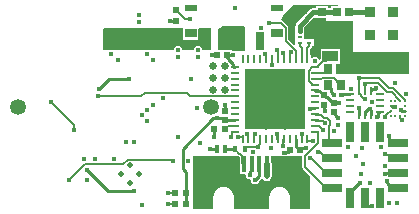
<source format=gtl>
G04*
G04 #@! TF.GenerationSoftware,Altium Limited,Altium Designer,23.6.0 (18)*
G04*
G04 Layer_Physical_Order=1*
G04 Layer_Color=255*
%FSLAX44Y44*%
%MOMM*%
G71*
G04*
G04 #@! TF.SameCoordinates,CC53E28F-54C9-42A3-9587-E9B5384F7771*
G04*
G04*
G04 #@! TF.FilePolarity,Positive*
G04*
G01*
G75*
%ADD11C,0.1500*%
%ADD12C,0.2540*%
%ADD19R,0.7000X1.5000*%
%ADD20R,1.0000X0.8000*%
%ADD21R,1.0000X0.6000*%
%ADD22R,1.3500X0.9500*%
%ADD23R,0.5200X0.5200*%
%ADD24R,0.5200X0.5200*%
%ADD25R,0.4500X0.7200*%
%ADD26R,0.4500X0.5500*%
%ADD27R,0.4000X1.3500*%
%ADD28R,1.2000X1.9000*%
%ADD29R,1.6000X1.9000*%
%ADD30R,2.1000X2.0000*%
%ADD31C,0.2200*%
G04:AMPARAMS|DCode=32|XSize=0.24mm|YSize=0.6mm|CornerRadius=0.0504mm|HoleSize=0mm|Usage=FLASHONLY|Rotation=0.000|XOffset=0mm|YOffset=0mm|HoleType=Round|Shape=RoundedRectangle|*
%AMROUNDEDRECTD32*
21,1,0.2400,0.4992,0,0,0.0*
21,1,0.1392,0.6000,0,0,0.0*
1,1,0.1008,0.0696,-0.2496*
1,1,0.1008,-0.0696,-0.2496*
1,1,0.1008,-0.0696,0.2496*
1,1,0.1008,0.0696,0.2496*
%
%ADD32ROUNDEDRECTD32*%
%ADD33R,0.4500X0.2500*%
G04:AMPARAMS|DCode=34|XSize=0.24mm|YSize=0.6mm|CornerRadius=0.0504mm|HoleSize=0mm|Usage=FLASHONLY|Rotation=270.000|XOffset=0mm|YOffset=0mm|HoleType=Round|Shape=RoundedRectangle|*
%AMROUNDEDRECTD34*
21,1,0.2400,0.4992,0,0,270.0*
21,1,0.1392,0.6000,0,0,270.0*
1,1,0.1008,-0.2496,-0.0696*
1,1,0.1008,-0.2496,0.0696*
1,1,0.1008,0.2496,0.0696*
1,1,0.1008,0.2496,-0.0696*
%
%ADD34ROUNDEDRECTD34*%
%ADD35R,0.8700X0.8700*%
%ADD36R,0.5000X0.6000*%
%ADD37R,0.7300X0.7400*%
%ADD38R,0.7500X0.8500*%
%ADD39R,0.7200X0.7200*%
%ADD40R,0.6750X0.2500*%
%ADD41R,0.2500X0.6750*%
%ADD42R,1.8000X0.6800*%
%ADD43R,0.6800X1.8000*%
%ADD44R,0.6200X0.6200*%
%ADD45R,0.6000X0.5000*%
G04:AMPARAMS|DCode=46|XSize=5.15mm|YSize=5.15mm|CornerRadius=0.0515mm|HoleSize=0mm|Usage=FLASHONLY|Rotation=270.000|XOffset=0mm|YOffset=0mm|HoleType=Round|Shape=RoundedRectangle|*
%AMROUNDEDRECTD46*
21,1,5.1500,5.0470,0,0,270.0*
21,1,5.0470,5.1500,0,0,270.0*
1,1,0.1030,-2.5235,-2.5235*
1,1,0.1030,-2.5235,2.5235*
1,1,0.1030,2.5235,2.5235*
1,1,0.1030,2.5235,-2.5235*
%
%ADD46ROUNDEDRECTD46*%
%ADD48C,1.3500*%
%ADD49C,0.6500*%
%ADD50C,0.2809*%
%ADD51C,0.5000*%
%ADD52C,0.3989*%
%ADD53C,0.4000*%
%ADD54C,0.5000*%
G36*
X381691Y276370D02*
X380921Y275100D01*
X375200D01*
Y273463D01*
X372887D01*
Y275000D01*
X362687D01*
Y273532D01*
X360480D01*
X360332Y273471D01*
X360174Y273502D01*
X359396Y273347D01*
X359247Y273248D01*
X359117Y273222D01*
X359006Y273148D01*
X358830Y273113D01*
X358171Y272672D01*
X358081Y272539D01*
X357933Y272477D01*
X346410Y260955D01*
X346349Y260806D01*
X346215Y260717D01*
X345774Y260057D01*
X345739Y259881D01*
X345666Y259771D01*
X345640Y259641D01*
X345540Y259492D01*
X345385Y258714D01*
X345417Y258556D01*
X345355Y258407D01*
Y257187D01*
X345195D01*
Y255852D01*
X345126Y255686D01*
Y253186D01*
X345195Y253021D01*
Y245852D01*
X345126Y245686D01*
Y243186D01*
X345028Y242955D01*
X343925Y242518D01*
X339457Y246986D01*
Y257017D01*
X339282Y257895D01*
X338785Y258639D01*
X334802Y262622D01*
X334058Y263119D01*
X333489Y264527D01*
X333607Y264766D01*
X333916Y265677D01*
X333916Y265677D01*
X333916Y265678D01*
X334440Y266462D01*
X334450Y266477D01*
X334875Y267339D01*
X334876Y267339D01*
X335100Y267676D01*
X335316Y267999D01*
X335316Y267999D01*
X335316Y267999D01*
X335951Y268722D01*
X336068Y268898D01*
X336100D01*
Y268946D01*
X336485Y269522D01*
X336848Y269841D01*
X337142Y270223D01*
X343350Y276432D01*
X381659Y276432D01*
X381691Y276370D01*
D02*
G37*
G36*
X250100Y256941D02*
Y246898D01*
X263100D01*
Y256030D01*
X263998Y256928D01*
X274100Y256919D01*
Y238400D01*
X266304D01*
X266060Y239627D01*
X265286Y240785D01*
X264128Y241558D01*
X262763Y241830D01*
X261397Y241558D01*
X260240Y240785D01*
X259466Y239627D01*
X259222Y238400D01*
X249323Y238400D01*
X249079Y239627D01*
X248305Y240785D01*
X247148Y241558D01*
X245782Y241830D01*
X244416Y241558D01*
X243259Y240785D01*
X242485Y239627D01*
X242241Y238400D01*
X182700Y238400D01*
Y256104D01*
X183598Y257001D01*
X250100Y256941D01*
D02*
G37*
G36*
X302250Y257495D02*
X302250Y237250D01*
X292645D01*
X292300Y237319D01*
X291150Y237850D01*
Y237850D01*
X279962D01*
X279962Y256078D01*
X280058Y256091D01*
X281882Y256847D01*
X283449Y258049D01*
X283987Y258750D01*
X301000Y258750D01*
X302250Y257495D01*
D02*
G37*
G36*
X362687Y264800D02*
X371387D01*
Y262500D01*
X394250D01*
X394250Y236250D01*
X441432D01*
Y217500D01*
X399345Y217500D01*
X399000Y217569D01*
X398655Y217500D01*
X379750D01*
Y226500D01*
X383250D01*
Y239000D01*
X366750D01*
Y230681D01*
X366277Y230164D01*
X365552Y229797D01*
X365019Y230037D01*
X364346Y231045D01*
X363188Y231819D01*
X361822Y232091D01*
X360457Y231819D01*
X359554Y231216D01*
X358644Y231519D01*
X358284Y231778D01*
Y232818D01*
X358128Y233600D01*
X357839Y234034D01*
Y238548D01*
X358767Y239476D01*
X358767Y239476D01*
X359264Y240220D01*
X359439Y241098D01*
X360457Y241686D01*
X360895D01*
Y247187D01*
X353395D01*
X352800Y248210D01*
Y257155D01*
X360695Y265050D01*
X362687D01*
Y264800D01*
D02*
G37*
G36*
X351234Y138922D02*
X351409Y138044D01*
X351906Y137300D01*
X357750Y131456D01*
Y103568D01*
X340430D01*
X340430Y114000D01*
X340396Y114174D01*
X340413Y114350D01*
X340317Y115325D01*
X340165Y115827D01*
X340063Y116341D01*
X339316Y118143D01*
X338543Y119301D01*
X337163Y120681D01*
X336005Y121454D01*
X334203Y122201D01*
X333689Y122303D01*
X333187Y122455D01*
X332212Y122551D01*
X331862Y122517D01*
X331512Y122551D01*
X330537Y122455D01*
X330035Y122303D01*
X329521Y122201D01*
X327719Y121454D01*
X326561Y120681D01*
X325181Y119301D01*
X324408Y118143D01*
X323661Y116341D01*
X323559Y115827D01*
X323407Y115325D01*
X323311Y114350D01*
X323328Y114174D01*
X323293Y114000D01*
Y103568D01*
X293030D01*
Y114000D01*
X292996Y114174D01*
X293013Y114350D01*
X292917Y115325D01*
X292765Y115827D01*
X292663Y116341D01*
X291916Y118143D01*
X291143Y119301D01*
X289763Y120681D01*
X288605Y121454D01*
X286803Y122201D01*
X286289Y122303D01*
X285787Y122455D01*
X284812Y122551D01*
X284462Y122517D01*
X284112Y122551D01*
X283137Y122455D01*
X282635Y122303D01*
X282121Y122201D01*
X280319Y121454D01*
X279161Y120681D01*
X277781Y119301D01*
X277008Y118143D01*
X276261Y116341D01*
X276159Y115827D01*
X276007Y115325D01*
X275911Y114350D01*
X275928Y114174D01*
X275893Y114000D01*
Y103568D01*
X259000D01*
Y148250D01*
X266500D01*
X296776Y148250D01*
X297024Y148201D01*
X298118Y147107D01*
Y142625D01*
X298162Y142404D01*
Y133125D01*
X302572D01*
X303331Y132200D01*
X303603Y130834D01*
X304377Y129677D01*
X305534Y128903D01*
X306900Y128631D01*
X307574Y127957D01*
X307846Y126592D01*
X308619Y125434D01*
X309777Y124660D01*
X311143Y124389D01*
X312508Y124660D01*
X313666Y125434D01*
X314440Y126592D01*
X314637Y127586D01*
X316161Y129109D01*
X316193Y129157D01*
X316415Y129216D01*
X317662Y129071D01*
X318278Y128148D01*
X319601Y127264D01*
X321162Y126954D01*
X322723Y127264D01*
X324046Y128148D01*
X324930Y129471D01*
X325240Y131032D01*
Y141307D01*
X324930Y142868D01*
X324662Y143269D01*
Y148250D01*
X351234Y148250D01*
Y138922D01*
D02*
G37*
D11*
X178255Y198731D02*
X214873D01*
X325516Y225572D02*
X325530Y225587D01*
Y230308D01*
X325545Y230322D01*
X335179Y235283D02*
X335362Y235100D01*
X337163Y246036D02*
X345545Y237654D01*
X337163Y246036D02*
Y257017D01*
X340862Y235692D02*
X341179Y236009D01*
X350545Y230322D02*
Y239500D01*
X357545Y188176D02*
X357867Y188499D01*
X361722D01*
X362045Y188822D01*
X300412Y142625D02*
X301662Y141375D01*
X298094Y150375D02*
X300412Y148057D01*
Y142625D02*
Y148057D01*
X297625Y150375D02*
X298094D01*
X294000Y154000D02*
X297625Y150375D01*
X294000Y154000D02*
Y154500D01*
X304500Y156350D02*
X313260D01*
X303000Y154850D02*
X304500Y156350D01*
X303000Y154500D02*
Y154850D01*
X293672Y173450D02*
X294044Y173822D01*
X285500Y171100D02*
X287850Y173450D01*
X293672D01*
X256103Y199000D02*
X293867D01*
X296690Y164040D02*
X300095D01*
X296680D02*
X296690D01*
X313260Y156350D02*
Y157027D01*
X304561Y166393D02*
Y167070D01*
X353528Y148760D02*
X358968Y154200D01*
X353528Y138922D02*
Y148760D01*
X357778Y147000D02*
X358150D01*
X364699Y152100D02*
X365178Y151621D01*
X329564Y166395D02*
Y167072D01*
X345545Y230322D02*
Y237654D01*
X329399Y237323D02*
Y237999D01*
X399000Y203625D02*
Y214000D01*
Y201500D02*
Y203625D01*
X241024Y144300D02*
X241700D01*
X240040Y145283D02*
X241024Y144300D01*
X203532Y145283D02*
X240040D01*
X217652Y201510D02*
X253594D01*
X372306Y180900D02*
X374931Y178274D01*
X369188Y180900D02*
X372306D01*
X366716Y183372D02*
X369188Y180900D01*
X362495Y183372D02*
X366716D01*
X374931Y174754D02*
Y178274D01*
X370005Y176514D02*
X370681D01*
X399000Y214000D02*
X415675D01*
X403514Y196304D02*
X404180D01*
X415432Y210000D02*
X422932Y202500D01*
X424175Y205500D02*
X427980D01*
X415675Y214000D02*
X424175Y205500D01*
X426738Y202500D02*
X433350Y195888D01*
X422932Y202500D02*
X426738D01*
X427980Y205500D02*
X437866Y195614D01*
X373849Y173671D02*
X374931Y174754D01*
X368619Y177900D02*
X370005Y176514D01*
X362967Y177900D02*
X368619D01*
X355994Y161400D02*
X360470D01*
X359280Y154200D02*
X364720Y159640D01*
X358968Y154200D02*
X359280D01*
X365178Y151621D02*
X366229D01*
X363845Y168822D02*
X364720Y167947D01*
Y159640D02*
Y167947D01*
X373849Y161551D02*
Y173671D01*
X368265Y170509D02*
X368550D01*
X373849Y161551D02*
X376500Y158900D01*
X421100Y149700D02*
X421200Y149600D01*
X429850D01*
X432500Y146950D01*
X362045Y178822D02*
X362967Y177900D01*
X362045Y183822D02*
X362495Y183372D01*
X365402Y173372D02*
X368265Y170509D01*
X362495Y173372D02*
X365402D01*
X334894Y157059D02*
X335189Y157354D01*
X291795Y168372D02*
X292245Y168822D01*
X291795Y165821D02*
Y168372D01*
X292245Y168822D02*
X294044D01*
X253594Y201510D02*
X256103Y199000D01*
X293867D02*
X294044Y198822D01*
X214873Y198731D02*
X217652Y201510D01*
X304561Y166393D02*
X305095Y165859D01*
Y162772D02*
Y165859D01*
Y162772D02*
X305545Y162322D01*
X310615Y167070D02*
X310645Y167040D01*
X300545Y162322D02*
Y163590D01*
X300095Y164040D02*
X300545Y163590D01*
X371650Y146200D02*
X376500D01*
X333180Y261000D02*
X337163Y257017D01*
X335362Y230505D02*
Y235100D01*
Y230505D02*
X335545Y230322D01*
X340862Y230639D02*
Y235692D01*
X340545Y230322D02*
X340862Y230639D01*
X329399Y237323D02*
X330545Y236178D01*
Y230322D02*
Y236178D01*
X319868Y234898D02*
X320206Y234560D01*
Y230660D02*
Y234560D01*
Y230660D02*
X320545Y230322D01*
X366229Y151621D02*
X371650Y146200D01*
X353528Y138922D02*
X371650Y120800D01*
X355545Y161850D02*
Y162322D01*
Y161850D02*
X355994Y161400D01*
X362045Y168822D02*
X363845D01*
X371650Y133500D02*
X376500D01*
X371650Y120800D02*
X376500D01*
X421978Y183216D02*
X424612Y185850D01*
X421500Y181250D02*
X421978Y181728D01*
Y183216D01*
X425811Y186500D02*
X426000D01*
X424612Y185850D02*
X425160D01*
X425811Y186500D01*
X329564Y166395D02*
X330095Y165865D01*
Y162772D02*
Y165865D01*
Y162772D02*
X330545Y162322D01*
X362045Y173822D02*
X362495Y173372D01*
X400500Y199318D02*
X403514Y196304D01*
X400500Y199318D02*
Y200000D01*
X399000Y201500D02*
X400500Y200000D01*
X434134Y180583D02*
X435220Y179496D01*
Y178820D02*
Y179496D01*
X434000Y182500D02*
X434134Y182366D01*
Y180583D02*
Y182366D01*
X358150Y147000D02*
X371650Y133500D01*
X377682Y214750D02*
X380500Y211932D01*
Y211250D02*
X383500Y208250D01*
X380500Y211250D02*
Y211932D01*
X368318Y214750D02*
X377682D01*
X367390Y213822D02*
X368318Y214750D01*
X362045Y213822D02*
X367390D01*
X370072Y218822D02*
X373000Y221750D01*
X362045Y218822D02*
X370072D01*
X335189Y157354D02*
Y161967D01*
X335545Y162322D01*
X350545D02*
Y167070D01*
X315095Y158861D02*
Y161872D01*
X315545Y162322D01*
X313260Y157027D02*
X315095Y158861D01*
X310645Y162422D02*
Y167040D01*
X310545Y162322D02*
X310645Y162422D01*
X323250Y261000D02*
X333180D01*
X371000Y228750D02*
X375000Y232750D01*
X362045Y223822D02*
X363845D01*
X368772Y228750D02*
X371000D01*
X363845Y223822D02*
X368772Y228750D01*
X361595Y223372D02*
X362045Y223822D01*
X356795Y211985D02*
Y220659D01*
Y211985D02*
X358408Y210372D01*
X358695D02*
X360245Y208822D01*
X356795Y220659D02*
X359508Y223372D01*
X361595D01*
X358408Y210372D02*
X358695D01*
X360245Y208822D02*
X362045D01*
X404000Y203625D02*
Y209639D01*
X404361Y210000D01*
X437866Y194634D02*
Y195614D01*
Y194634D02*
X438000Y194500D01*
X404361Y210000D02*
X415432D01*
X433350Y195340D02*
Y195888D01*
Y195340D02*
X434000Y194690D01*
Y194500D02*
Y194690D01*
X157680Y170260D02*
Y174560D01*
X138530Y193710D02*
X157680Y174560D01*
X199499Y141250D02*
X203532Y145283D01*
X153645Y128100D02*
X166796Y141250D01*
X349000Y241100D02*
X350545Y239500D01*
X349000Y241100D02*
Y244381D01*
X348945Y244436D02*
X349000Y244381D01*
X357145Y241098D02*
Y244436D01*
X355545Y239498D02*
X357145Y241098D01*
X355545Y230322D02*
Y239498D01*
X244500Y272000D02*
X251750Y264750D01*
X256250D01*
X166796Y141250D02*
X199499D01*
X237500Y108000D02*
X243500D01*
X237500Y116750D02*
X243500D01*
D12*
X252500Y108000D02*
Y134547D01*
X275803Y180521D02*
X279574D01*
X279943Y180152D01*
X283970D01*
X285300Y178822D01*
X415019Y181429D02*
Y185980D01*
X414740Y181150D02*
X415019Y181429D01*
X415039Y186000D02*
X416625D01*
X415019Y185980D02*
X415039Y186000D01*
X179340Y204940D02*
X187650Y213250D01*
X422500Y127006D02*
X422779Y126727D01*
X369250Y199850D02*
X370580Y198520D01*
X369250Y199850D02*
Y199950D01*
X398821Y125221D02*
X400001D01*
X391800Y118200D02*
X398821Y125221D01*
X391800Y112600D02*
Y118200D01*
X400001Y125221D02*
X400280Y125500D01*
X238851Y263006D02*
X238853Y263005D01*
X243745D01*
X288293Y230520D02*
X292411Y226402D01*
Y223892D02*
Y226402D01*
Y223892D02*
X292481Y223822D01*
X294044D01*
X285600Y154500D02*
X294000D01*
X273200Y154300D02*
X278600D01*
X278800Y154500D01*
X249813Y154531D02*
X275803Y180521D01*
X276600Y164040D02*
Y171000D01*
X276500Y171100D02*
X276600Y171000D01*
X285300Y178822D02*
X294044D01*
X249813Y137234D02*
Y154531D01*
X285300Y186822D02*
Y191500D01*
X408200Y187955D02*
X408980Y187175D01*
X407921Y188071D02*
X408200Y188350D01*
X406610Y188071D02*
X407921D01*
X404000Y185460D02*
X406610Y188071D01*
X408200Y187955D02*
Y188350D01*
X408980Y183395D02*
Y187175D01*
Y183395D02*
X409000Y183375D01*
X404000D02*
Y185460D01*
X381300Y180500D02*
Y180648D01*
X379230Y182718D02*
X381300Y180648D01*
X379230Y182718D02*
Y184170D01*
X377900Y185500D02*
X379230Y184170D01*
X287050Y233750D02*
X292300D01*
X249813Y137234D02*
X252500Y134547D01*
X288280Y230520D02*
X288293D01*
X287050Y231750D02*
X288280Y230520D01*
X287050Y231750D02*
Y233750D01*
X335840Y150890D02*
X336235D01*
X337435Y152090D01*
X339446D01*
X340776Y153420D01*
X346146Y156050D02*
X348776Y153420D01*
X369921Y186979D02*
X370200Y186700D01*
X377900Y193500D02*
X382500D01*
X378000Y200000D02*
Y200395D01*
X427650Y120800D02*
X432500D01*
X384250Y200000D02*
X384645D01*
X385625Y200980D01*
X391355D01*
X398750Y189250D02*
X398980Y189020D01*
X353704Y155440D02*
X354099D01*
X375480Y202915D02*
Y205770D01*
Y202915D02*
X378000Y200395D01*
X421200Y133500D02*
X421479Y133779D01*
X406630Y105779D02*
X410220D01*
X404500Y107909D02*
Y112600D01*
Y107909D02*
X406630Y105779D01*
X424600Y165500D02*
X424770Y165330D01*
Y161780D02*
Y165330D01*
X426900Y159650D02*
X432500D01*
X424770Y161780D02*
X426900Y159650D01*
X369921Y186979D02*
Y191279D01*
X369350Y191850D02*
X369921Y191279D01*
X346146Y156050D02*
Y157167D01*
X353014Y154750D02*
X353704Y155440D01*
X350106Y154750D02*
X353014D01*
X348776Y153420D02*
X350106Y154750D01*
X345545Y162322D02*
X345615Y162252D01*
Y157699D02*
Y162252D01*
Y157699D02*
X346146Y157167D01*
X370580Y198520D02*
X371797D01*
X428991Y190169D02*
X429270Y189890D01*
X434690Y187130D02*
X434969Y186851D01*
X436176D02*
X436527Y186500D01*
X434969Y186851D02*
X436176D01*
X436527Y186500D02*
X438000D01*
X427804Y190169D02*
X428991D01*
X427473Y190500D02*
X427804Y190169D01*
X426000Y190500D02*
X427473D01*
X421479Y133779D02*
X432029D01*
X432500Y134250D01*
X186310Y118690D02*
X208748D01*
X375487Y194830D02*
X376570D01*
X377900Y193500D01*
X371797Y198520D02*
X375487Y194830D01*
X412971Y205471D02*
X413250Y205750D01*
X409020Y205471D02*
X412971D01*
X243745Y263005D02*
X243750Y263000D01*
X362115Y203752D02*
X365448D01*
X187650Y213250D02*
X204750D01*
X422779Y125670D02*
Y126727D01*
X168450Y136550D02*
X186310Y118690D01*
X391355Y200980D02*
X391375Y201000D01*
X274400Y233750D02*
X279050D01*
X398980Y183395D02*
Y189020D01*
Y183395D02*
X399000Y183375D01*
X409000Y205451D02*
X409020Y205471D01*
X409000Y203625D02*
Y205451D01*
X373000Y208250D02*
X375480Y205770D01*
X365448Y203752D02*
X369250Y199950D01*
X362045Y203822D02*
X362115Y203752D01*
X422779Y125670D02*
X427650Y120800D01*
D19*
X315600Y245898D02*
D03*
X285600D02*
D03*
X270600D02*
D03*
D20*
X256600Y252398D02*
D03*
X329600D02*
D03*
D21*
X256600Y273398D02*
D03*
X329600D02*
D03*
D22*
X375000Y248750D02*
D03*
Y232750D02*
D03*
D23*
X369350Y191850D02*
D03*
Y199850D02*
D03*
X377900Y185500D02*
D03*
Y193500D02*
D03*
X285300Y186822D02*
D03*
Y178822D02*
D03*
D24*
X340776Y153420D02*
D03*
X348776D02*
D03*
X279050Y233750D02*
D03*
X287050D02*
D03*
D25*
X278800Y154500D02*
D03*
X285600D02*
D03*
D26*
X294000D02*
D03*
X303000D02*
D03*
D27*
X308162Y141375D02*
D03*
X314662D02*
D03*
X295162D02*
D03*
X301662D02*
D03*
X321162D02*
D03*
D28*
X299662Y114625D02*
D03*
X316662D02*
D03*
D29*
X267162D02*
D03*
X349162D02*
D03*
D30*
X277162Y138125D02*
D03*
X339162D02*
D03*
D31*
X426000Y194500D02*
D03*
X430000D02*
D03*
X434000D02*
D03*
X438000D02*
D03*
X426000Y190500D02*
D03*
X438000D02*
D03*
X426000Y186500D02*
D03*
X438000D02*
D03*
X426000Y182500D02*
D03*
X430000D02*
D03*
X434000D02*
D03*
X438000D02*
D03*
D32*
X350545Y230322D02*
D03*
X355545Y162322D02*
D03*
X350545D02*
D03*
X345545D02*
D03*
X340545D02*
D03*
X335545D02*
D03*
X330545D02*
D03*
X325545D02*
D03*
X320545D02*
D03*
X315545D02*
D03*
X310545D02*
D03*
X305545D02*
D03*
X300545D02*
D03*
Y230322D02*
D03*
X305545D02*
D03*
X310545D02*
D03*
X315545D02*
D03*
X320545D02*
D03*
X325545D02*
D03*
X330545D02*
D03*
X335545D02*
D03*
X340545D02*
D03*
X345545D02*
D03*
X355545D02*
D03*
D33*
X357145Y244436D02*
D03*
Y249436D02*
D03*
Y254436D02*
D03*
X348945Y244436D02*
D03*
Y249436D02*
D03*
Y254436D02*
D03*
D34*
X362045Y223822D02*
D03*
Y218822D02*
D03*
Y213822D02*
D03*
Y208822D02*
D03*
Y203822D02*
D03*
Y198822D02*
D03*
Y193822D02*
D03*
Y188822D02*
D03*
Y183822D02*
D03*
Y178822D02*
D03*
Y173822D02*
D03*
Y168822D02*
D03*
X294044D02*
D03*
Y173822D02*
D03*
Y178822D02*
D03*
Y183822D02*
D03*
Y188822D02*
D03*
Y193822D02*
D03*
Y198822D02*
D03*
Y203822D02*
D03*
Y208822D02*
D03*
Y213822D02*
D03*
Y218822D02*
D03*
Y223822D02*
D03*
D35*
X408850Y269900D02*
D03*
X408596Y250600D02*
D03*
X428150D02*
D03*
Y269900D02*
D03*
D36*
X243500Y108000D02*
D03*
X252500D02*
D03*
X243500Y116750D02*
D03*
X252500D02*
D03*
D37*
X390650Y269900D02*
D03*
X380350D02*
D03*
D38*
X383500Y208250D02*
D03*
X373000D02*
D03*
Y221750D02*
D03*
X383500D02*
D03*
D39*
X367787Y269900D02*
D03*
Y259900D02*
D03*
D40*
X391375Y201000D02*
D03*
Y196000D02*
D03*
Y191000D02*
D03*
Y186000D02*
D03*
X416625D02*
D03*
Y191000D02*
D03*
Y196000D02*
D03*
Y201000D02*
D03*
D41*
X399000Y183375D02*
D03*
X404000D02*
D03*
X409000D02*
D03*
Y203625D02*
D03*
X404000D02*
D03*
X399000D02*
D03*
D42*
X376500Y159650D02*
D03*
Y146950D02*
D03*
Y134250D02*
D03*
Y121550D02*
D03*
X432500D02*
D03*
Y134250D02*
D03*
Y146950D02*
D03*
Y159650D02*
D03*
D43*
X391800Y112600D02*
D03*
X404500D02*
D03*
X417200D02*
D03*
Y168600D02*
D03*
X404500D02*
D03*
X391800D02*
D03*
D44*
X285500Y171100D02*
D03*
X276500D02*
D03*
D45*
X244000Y263000D02*
D03*
Y272000D02*
D03*
D46*
X328045Y196322D02*
D03*
D48*
X110400Y190000D02*
D03*
X273600D02*
D03*
D49*
X275800Y204500D02*
D03*
Y224500D02*
D03*
Y214500D02*
D03*
X285800D02*
D03*
Y224500D02*
D03*
Y204500D02*
D03*
D50*
X308162Y136625D02*
Y141375D01*
X307128Y135591D02*
X308162Y136625D01*
X306900Y132200D02*
X307128Y132428D01*
Y135591D01*
X314067Y140779D02*
X314662Y141375D01*
X314067Y131203D02*
Y140779D01*
X311143Y128280D02*
X314067Y131203D01*
X311143Y127957D02*
Y128280D01*
D51*
X321162Y131032D02*
Y141307D01*
D52*
X390650Y269900D02*
X408850D01*
X367757Y269930D02*
X367787Y269900D01*
X380350D01*
X360480Y269930D02*
X367757D01*
X348957Y258407D02*
X360480Y269930D01*
X348957Y254450D02*
Y258407D01*
X348945Y254436D02*
X348957Y254450D01*
D53*
X399999Y230000D02*
D03*
X307499Y115000D02*
D03*
X427499Y225000D02*
D03*
X387499Y235000D02*
D03*
X437499Y225000D02*
D03*
X387499Y245000D02*
D03*
X382499Y255000D02*
D03*
X265000Y140000D02*
D03*
X389999Y260000D02*
D03*
X372499Y255000D02*
D03*
X392499Y225000D02*
D03*
X399999Y220000D02*
D03*
X407499Y225000D02*
D03*
X417499D02*
D03*
X338461Y267209D02*
D03*
X353130Y270503D02*
D03*
X348506Y265879D02*
D03*
X344071Y261071D02*
D03*
X343126Y254600D02*
D03*
X358966Y260493D02*
D03*
X324850Y155336D02*
D03*
X306900Y132200D02*
D03*
X311143Y127957D02*
D03*
X179340Y204940D02*
D03*
X335179Y235283D02*
D03*
X341179Y236009D02*
D03*
X278900Y180800D02*
D03*
X276600Y164040D02*
D03*
X273200Y154300D02*
D03*
X264499Y159100D02*
D03*
X285300Y191500D02*
D03*
X262763Y232011D02*
D03*
X288200Y124254D02*
D03*
X254583Y144382D02*
D03*
X321162Y131032D02*
D03*
X291800Y141300D02*
D03*
X327400Y145500D02*
D03*
X313260Y156350D02*
D03*
X296690Y164040D02*
D03*
X290690D02*
D03*
X304561Y167070D02*
D03*
X309410Y151690D02*
D03*
X357778Y147000D02*
D03*
X364699Y152100D02*
D03*
X310745Y167070D02*
D03*
X329564Y167072D02*
D03*
X325516Y225572D02*
D03*
X329399Y237999D02*
D03*
X241700Y144300D02*
D03*
X233261Y197260D02*
D03*
X257251Y213250D02*
D03*
X370200Y186700D02*
D03*
X357545Y188176D02*
D03*
X382500Y193500D02*
D03*
X370681Y176514D02*
D03*
X378000Y200000D02*
D03*
X392600Y205200D02*
D03*
X431100Y108500D02*
D03*
X424300D02*
D03*
X408200Y125700D02*
D03*
X422500Y127006D02*
D03*
X381300Y180500D02*
D03*
X384250Y200000D02*
D03*
X399000Y214000D02*
D03*
X404000Y209639D02*
D03*
X404180Y196304D02*
D03*
X408200Y188350D02*
D03*
X409790Y194170D02*
D03*
X429250Y209750D02*
D03*
X398750Y189250D02*
D03*
X381700Y174500D02*
D03*
X378100Y169700D02*
D03*
X360470Y161400D02*
D03*
X389650Y155690D02*
D03*
X354099Y155440D02*
D03*
X368550Y170509D02*
D03*
X421200Y139800D02*
D03*
Y133500D02*
D03*
X401100Y133300D02*
D03*
X400280Y125500D02*
D03*
X402800Y141600D02*
D03*
X421100Y149700D02*
D03*
X424600Y165500D02*
D03*
X418000Y156100D02*
D03*
X350545Y167070D02*
D03*
X334834Y157059D02*
D03*
X262220Y189120D02*
D03*
X246250Y164310D02*
D03*
X434690Y187130D02*
D03*
X319868Y234898D02*
D03*
X298000Y240500D02*
D03*
X208748Y160350D02*
D03*
X202250Y160250D02*
D03*
X421500Y181250D02*
D03*
X316170Y256900D02*
D03*
X435220Y178820D02*
D03*
X396430Y148430D02*
D03*
X335840Y150890D02*
D03*
X361822Y228522D02*
D03*
X413250Y205750D02*
D03*
X438900Y201000D02*
D03*
X429270Y189890D02*
D03*
X238851Y263010D02*
D03*
X212800Y267500D02*
D03*
X212900Y261500D02*
D03*
X178255Y198731D02*
D03*
X157680Y170260D02*
D03*
X138530Y193710D02*
D03*
X215249Y106490D02*
D03*
X414740Y181150D02*
D03*
X338750Y125000D02*
D03*
X168600Y127900D02*
D03*
X153645Y128100D02*
D03*
X168450Y136550D02*
D03*
X362720Y255436D02*
D03*
Y249436D02*
D03*
X362900Y243437D02*
D03*
X191750Y146000D02*
D03*
X292300Y233750D02*
D03*
X410220Y105779D02*
D03*
X237500Y108000D02*
D03*
Y116750D02*
D03*
X219750Y177840D02*
D03*
X215150Y182670D02*
D03*
X219750Y187500D02*
D03*
X175250Y145500D02*
D03*
X166248D02*
D03*
X274400Y233750D02*
D03*
X402000Y155000D02*
D03*
X256250Y264750D02*
D03*
X262763Y238262D02*
D03*
X225000Y191250D02*
D03*
X245782Y238262D02*
D03*
Y232011D02*
D03*
X293750Y273250D02*
D03*
X219750Y234500D02*
D03*
X224500Y229960D02*
D03*
X195250D02*
D03*
X189400Y234500D02*
D03*
X298000Y254500D02*
D03*
X323250Y261000D02*
D03*
X291750Y254500D02*
D03*
X298000Y247500D02*
D03*
X291750D02*
D03*
Y240500D02*
D03*
X185750Y248750D02*
D03*
Y255000D02*
D03*
X204750Y213250D02*
D03*
X208748Y118690D02*
D03*
D54*
X304795Y188287D02*
D03*
Y204357D02*
D03*
X320009Y173072D02*
D03*
Y188287D02*
D03*
Y204357D02*
D03*
Y219572D02*
D03*
X336080Y173072D02*
D03*
Y188287D02*
D03*
Y204357D02*
D03*
Y219572D02*
D03*
X351295Y188287D02*
D03*
Y204357D02*
D03*
X205499Y125533D02*
D03*
Y140533D02*
D03*
X197999Y133033D02*
D03*
X212999D02*
D03*
M02*

</source>
